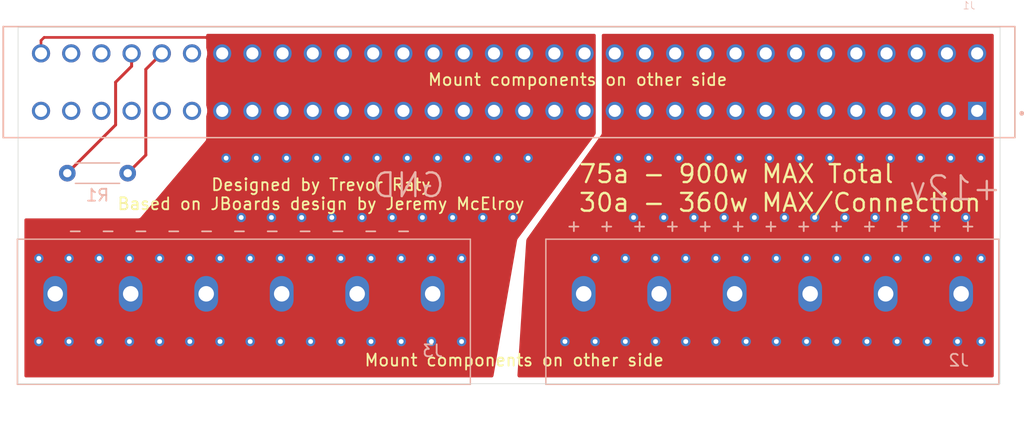
<source format=kicad_pcb>
(kicad_pcb (version 20171130) (host pcbnew "(5.1.5)-3")

  (general
    (thickness 1.6)
    (drawings 12)
    (tracks 118)
    (zones 0)
    (modules 4)
    (nets 5)
  )

  (page A4)
  (layers
    (0 F.Cu signal)
    (31 B.Cu signal)
    (32 B.Adhes user)
    (33 F.Adhes user)
    (34 B.Paste user)
    (35 F.Paste user)
    (36 B.SilkS user)
    (37 F.SilkS user)
    (38 B.Mask user)
    (39 F.Mask user)
    (40 Dwgs.User user)
    (41 Cmts.User user)
    (42 Eco1.User user)
    (43 Eco2.User user)
    (44 Edge.Cuts user)
    (45 Margin user)
    (46 B.CrtYd user)
    (47 F.CrtYd user)
    (48 B.Fab user)
    (49 F.Fab user)
  )

  (setup
    (last_trace_width 0.25)
    (user_trace_width 0.2)
    (user_trace_width 0.225)
    (user_trace_width 0.25)
    (user_trace_width 0.3)
    (user_trace_width 0.4)
    (user_trace_width 0.5)
    (user_trace_width 0.75)
    (user_trace_width 1)
    (user_trace_width 1.25)
    (user_trace_width 1.5)
    (user_trace_width 1.75)
    (user_trace_width 2)
    (user_trace_width 2.5)
    (user_trace_width 3)
    (user_trace_width 4)
    (user_trace_width 5)
    (trace_clearance 0.1524)
    (zone_clearance 0.508)
    (zone_45_only no)
    (trace_min 0.1524)
    (via_size 0.8)
    (via_drill 0.4)
    (via_min_size 0.254)
    (via_min_drill 0.254)
    (uvia_size 0.3)
    (uvia_drill 0.1)
    (uvias_allowed no)
    (uvia_min_size 0.2)
    (uvia_min_drill 0.1)
    (edge_width 0.05)
    (segment_width 0.2)
    (pcb_text_width 0.3)
    (pcb_text_size 1.5 1.5)
    (mod_edge_width 0.12)
    (mod_text_size 1 1)
    (mod_text_width 0.15)
    (pad_size 1.524 1.524)
    (pad_drill 0.762)
    (pad_to_mask_clearance 0.051)
    (solder_mask_min_width 0.25)
    (aux_axis_origin 0 0)
    (visible_elements 7FFFFFFF)
    (pcbplotparams
      (layerselection 0x010fc_ffffffff)
      (usegerberextensions false)
      (usegerberattributes false)
      (usegerberadvancedattributes false)
      (creategerberjobfile false)
      (excludeedgelayer true)
      (linewidth 0.100000)
      (plotframeref false)
      (viasonmask false)
      (mode 1)
      (useauxorigin false)
      (hpglpennumber 1)
      (hpglpenspeed 20)
      (hpglpendiameter 15.000000)
      (psnegative false)
      (psa4output false)
      (plotreference true)
      (plotvalue true)
      (plotinvisibletext false)
      (padsonsilk false)
      (subtractmaskfromsilk false)
      (outputformat 1)
      (mirror false)
      (drillshape 1)
      (scaleselection 1)
      (outputdirectory ""))
  )

  (net 0 "")
  (net 1 +12V)
  (net 2 GND)
  (net 3 "Net-(J1-Pad36)")
  (net 4 "Net-(J1-Pad37)")

  (net_class Default "This is the default net class."
    (clearance 0.1524)
    (trace_width 0.1524)
    (via_dia 0.8)
    (via_drill 0.4)
    (uvia_dia 0.3)
    (uvia_drill 0.1)
    (add_net +12V)
    (add_net GND)
    (add_net "Net-(J1-Pad36)")
    (add_net "Net-(J1-Pad37)")
  )

  (module Resistors_THT:R_Axial_DIN0204_L3.6mm_D1.6mm_P5.08mm_Horizontal (layer B.Cu) (tedit 5874F706) (tstamp 5E741CFF)
    (at 104.14 112.268)
    (descr "Resistor, Axial_DIN0204 series, Axial, Horizontal, pin pitch=5.08mm, 0.16666666666666666W = 1/6W, length*diameter=3.6*1.6mm^2, http://cdn-reichelt.de/documents/datenblatt/B400/1_4W%23YAG.pdf")
    (tags "Resistor Axial_DIN0204 series Axial Horizontal pin pitch 5.08mm 0.16666666666666666W = 1/6W length 3.6mm diameter 1.6mm")
    (path /5E6AB1E4)
    (fp_text reference R1 (at 2.54 1.86) (layer B.SilkS)
      (effects (font (size 1 1) (thickness 0.15)) (justify mirror))
    )
    (fp_text value 21K (at 2.54 -1.86) (layer B.Fab)
      (effects (font (size 1 1) (thickness 0.15)) (justify mirror))
    )
    (fp_line (start 6.05 1.15) (end -0.95 1.15) (layer B.CrtYd) (width 0.05))
    (fp_line (start 6.05 -1.15) (end 6.05 1.15) (layer B.CrtYd) (width 0.05))
    (fp_line (start -0.95 -1.15) (end 6.05 -1.15) (layer B.CrtYd) (width 0.05))
    (fp_line (start -0.95 1.15) (end -0.95 -1.15) (layer B.CrtYd) (width 0.05))
    (fp_line (start 0.68 -0.86) (end 4.4 -0.86) (layer B.SilkS) (width 0.12))
    (fp_line (start 0.68 0.86) (end 4.4 0.86) (layer B.SilkS) (width 0.12))
    (fp_line (start 5.08 0) (end 4.34 0) (layer B.Fab) (width 0.1))
    (fp_line (start 0 0) (end 0.74 0) (layer B.Fab) (width 0.1))
    (fp_line (start 4.34 0.8) (end 0.74 0.8) (layer B.Fab) (width 0.1))
    (fp_line (start 4.34 -0.8) (end 4.34 0.8) (layer B.Fab) (width 0.1))
    (fp_line (start 0.74 -0.8) (end 4.34 -0.8) (layer B.Fab) (width 0.1))
    (fp_line (start 0.74 0.8) (end 0.74 -0.8) (layer B.Fab) (width 0.1))
    (pad 2 thru_hole oval (at 5.08 0) (size 1.4 1.4) (drill 0.7) (layers *.Cu *.Mask)
      (net 4 "Net-(J1-Pad37)"))
    (pad 1 thru_hole circle (at 0 0) (size 1.4 1.4) (drill 0.7) (layers *.Cu *.Mask)
      (net 3 "Net-(J1-Pad36)"))
    (model ${KISYS3DMOD}/Resistors_THT.3dshapes/R_Axial_DIN0204_L3.6mm_D1.6mm_P5.08mm_Horizontal.wrl
      (at (xyz 0 0 0))
      (scale (xyz 0.393701 0.393701 0.393701))
      (rotate (xyz 0 0 0))
    )
  )

  (module Connector_TE-Connectivity:TE_1761469-1 (layer B.Cu) (tedit 0) (tstamp 5E66E879)
    (at 141.3 104.6 180)
    (path /5E668795)
    (fp_text reference J1 (at -38.6874 6.4519) (layer B.SilkS)
      (effects (font (size 0.640546 0.640546) (thickness 0.05)) (justify mirror))
    )
    (fp_text value 1761469-1 (at -45.2 -6.4) (layer B.SilkS) hide
      (effects (font (size 0.64004 0.64004) (thickness 0.05)) (justify mirror))
    )
    (fp_line (start -42.545 4.675) (end 42.545 4.675) (layer B.SilkS) (width 0.127))
    (fp_line (start 42.545 4.675) (end 42.545 -4.675) (layer B.SilkS) (width 0.15))
    (fp_line (start 42.545 -4.675) (end -42.545 -4.675) (layer B.SilkS) (width 0.127))
    (fp_line (start -42.795 4.925) (end 42.795 4.925) (layer Eco1.User) (width 0.05))
    (fp_line (start 42.795 4.925) (end 42.795 -4.925) (layer Eco1.User) (width 0.05))
    (fp_line (start 42.795 -4.925) (end -42.795 -4.925) (layer Eco1.User) (width 0.05))
    (fp_line (start -42.795 -4.925) (end -42.795 4.925) (layer Eco1.User) (width 0.05))
    (fp_circle (center -43.12 -2.63) (end -43.02 -2.63) (layer B.SilkS) (width 0.2))
    (fp_line (start -42.545 4.675) (end -42.545 -4.675) (layer B.SilkS) (width 0.127))
    (fp_line (start 42.545 3.025) (end 42.545 -3.025) (layer B.SilkS) (width 0.127))
    (fp_line (start -42.545 4.675) (end 42.545 4.675) (layer Eco2.User) (width 0.127))
    (fp_line (start -42.545 4.675) (end -42.545 -4.675) (layer Eco2.User) (width 0.127))
    (fp_line (start 42.545 -4.675) (end -42.545 -4.675) (layer Eco2.User) (width 0.127))
    (fp_line (start 42.545 4.675) (end 42.545 -4.675) (layer Eco2.User) (width 0.127))
    (pad 1 thru_hole rect (at -39.37 -2.42 180) (size 1.53 1.53) (drill 1.02) (layers *.Cu *.Mask)
      (net 1 +12V))
    (pad 2 thru_hole circle (at -36.83 -2.42 180) (size 1.53 1.53) (drill 1.02) (layers *.Cu *.Mask)
      (net 1 +12V))
    (pad 3 thru_hole circle (at -34.29 -2.42 180) (size 1.53 1.53) (drill 1.02) (layers *.Cu *.Mask)
      (net 1 +12V))
    (pad 4 thru_hole circle (at -31.75 -2.42 180) (size 1.53 1.53) (drill 1.02) (layers *.Cu *.Mask)
      (net 1 +12V))
    (pad 5 thru_hole circle (at -29.21 -2.42 180) (size 1.53 1.53) (drill 1.02) (layers *.Cu *.Mask)
      (net 1 +12V))
    (pad 6 thru_hole circle (at -26.67 -2.42 180) (size 1.53 1.53) (drill 1.02) (layers *.Cu *.Mask)
      (net 1 +12V))
    (pad 7 thru_hole circle (at -24.13 -2.42 180) (size 1.53 1.53) (drill 1.02) (layers *.Cu *.Mask)
      (net 1 +12V))
    (pad 8 thru_hole circle (at -21.59 -2.42 180) (size 1.53 1.53) (drill 1.02) (layers *.Cu *.Mask)
      (net 1 +12V))
    (pad 9 thru_hole circle (at -19.05 -2.42 180) (size 1.53 1.53) (drill 1.02) (layers *.Cu *.Mask)
      (net 1 +12V))
    (pad 10 thru_hole circle (at -16.51 -2.42 180) (size 1.53 1.53) (drill 1.02) (layers *.Cu *.Mask)
      (net 1 +12V))
    (pad 11 thru_hole circle (at -13.97 -2.42 180) (size 1.53 1.53) (drill 1.02) (layers *.Cu *.Mask)
      (net 1 +12V))
    (pad 12 thru_hole circle (at -11.43 -2.42 180) (size 1.53 1.53) (drill 1.02) (layers *.Cu *.Mask)
      (net 1 +12V))
    (pad 13 thru_hole circle (at -8.89 -2.42 180) (size 1.53 1.53) (drill 1.02) (layers *.Cu *.Mask)
      (net 1 +12V))
    (pad 14 thru_hole circle (at -6.35 -2.42 180) (size 1.53 1.53) (drill 1.02) (layers *.Cu *.Mask)
      (net 2 GND))
    (pad 15 thru_hole circle (at -3.81 -2.42 180) (size 1.53 1.53) (drill 1.02) (layers *.Cu *.Mask)
      (net 2 GND))
    (pad 16 thru_hole circle (at -1.27 -2.42 180) (size 1.53 1.53) (drill 1.02) (layers *.Cu *.Mask)
      (net 2 GND))
    (pad 17 thru_hole circle (at 1.27 -2.42 180) (size 1.53 1.53) (drill 1.02) (layers *.Cu *.Mask)
      (net 2 GND))
    (pad 18 thru_hole circle (at 3.81 -2.42 180) (size 1.53 1.53) (drill 1.02) (layers *.Cu *.Mask)
      (net 2 GND))
    (pad 19 thru_hole circle (at 6.35 -2.42 180) (size 1.53 1.53) (drill 1.02) (layers *.Cu *.Mask)
      (net 2 GND))
    (pad 20 thru_hole circle (at 8.89 -2.42 180) (size 1.53 1.53) (drill 1.02) (layers *.Cu *.Mask)
      (net 2 GND))
    (pad 21 thru_hole circle (at 11.43 -2.42 180) (size 1.53 1.53) (drill 1.02) (layers *.Cu *.Mask)
      (net 2 GND))
    (pad 22 thru_hole circle (at 13.97 -2.42 180) (size 1.53 1.53) (drill 1.02) (layers *.Cu *.Mask)
      (net 2 GND))
    (pad 23 thru_hole circle (at 16.51 -2.42 180) (size 1.53 1.53) (drill 1.02) (layers *.Cu *.Mask)
      (net 2 GND))
    (pad 24 thru_hole circle (at 19.05 -2.42 180) (size 1.53 1.53) (drill 1.02) (layers *.Cu *.Mask)
      (net 2 GND))
    (pad 25 thru_hole circle (at 21.59 -2.42 180) (size 1.53 1.53) (drill 1.02) (layers *.Cu *.Mask)
      (net 2 GND))
    (pad 26 thru_hole circle (at 24.13 -2.42 180) (size 1.53 1.53) (drill 1.02) (layers *.Cu *.Mask)
      (net 2 GND))
    (pad 27 thru_hole circle (at 26.67 -2.42 180) (size 1.53 1.53) (drill 1.02) (layers *.Cu *.Mask))
    (pad 28 thru_hole circle (at 29.21 -2.42 180) (size 1.53 1.53) (drill 1.02) (layers *.Cu *.Mask))
    (pad 29 thru_hole circle (at 31.75 -2.42 180) (size 1.53 1.53) (drill 1.02) (layers *.Cu *.Mask))
    (pad 30 thru_hole circle (at 34.29 -2.42 180) (size 1.53 1.53) (drill 1.02) (layers *.Cu *.Mask))
    (pad 31 thru_hole circle (at 36.83 -2.42 180) (size 1.53 1.53) (drill 1.02) (layers *.Cu *.Mask))
    (pad 32 thru_hole circle (at 39.37 -2.42 180) (size 1.53 1.53) (drill 1.02) (layers *.Cu *.Mask))
    (pad 33 thru_hole circle (at 39.37 2.42) (size 1.53 1.53) (drill 1.02) (layers *.Cu *.Mask)
      (net 2 GND))
    (pad 34 thru_hole circle (at 36.83 2.42) (size 1.53 1.53) (drill 1.02) (layers *.Cu *.Mask))
    (pad 35 thru_hole circle (at 34.29 2.42) (size 1.53 1.53) (drill 1.02) (layers *.Cu *.Mask))
    (pad 36 thru_hole circle (at 31.75 2.42) (size 1.53 1.53) (drill 1.02) (layers *.Cu *.Mask)
      (net 3 "Net-(J1-Pad36)"))
    (pad 37 thru_hole circle (at 29.21 2.42) (size 1.53 1.53) (drill 1.02) (layers *.Cu *.Mask)
      (net 4 "Net-(J1-Pad37)"))
    (pad 38 thru_hole circle (at 26.67 2.42) (size 1.53 1.53) (drill 1.02) (layers *.Cu *.Mask))
    (pad 39 thru_hole circle (at 24.13 2.42) (size 1.53 1.53) (drill 1.02) (layers *.Cu *.Mask)
      (net 2 GND))
    (pad 40 thru_hole circle (at 21.59 2.42) (size 1.53 1.53) (drill 1.02) (layers *.Cu *.Mask)
      (net 2 GND))
    (pad 41 thru_hole circle (at 19.05 2.42) (size 1.53 1.53) (drill 1.02) (layers *.Cu *.Mask)
      (net 2 GND))
    (pad 42 thru_hole circle (at 16.51 2.42) (size 1.53 1.53) (drill 1.02) (layers *.Cu *.Mask)
      (net 2 GND))
    (pad 43 thru_hole circle (at 13.97 2.42) (size 1.53 1.53) (drill 1.02) (layers *.Cu *.Mask)
      (net 2 GND))
    (pad 44 thru_hole circle (at 11.43 2.42) (size 1.53 1.53) (drill 1.02) (layers *.Cu *.Mask)
      (net 2 GND))
    (pad 45 thru_hole circle (at 8.89 2.42) (size 1.53 1.53) (drill 1.02) (layers *.Cu *.Mask)
      (net 2 GND))
    (pad 46 thru_hole circle (at 6.35 2.42) (size 1.53 1.53) (drill 1.02) (layers *.Cu *.Mask)
      (net 2 GND))
    (pad 47 thru_hole circle (at 3.81 2.42) (size 1.53 1.53) (drill 1.02) (layers *.Cu *.Mask)
      (net 2 GND))
    (pad 48 thru_hole circle (at 1.27 2.42) (size 1.53 1.53) (drill 1.02) (layers *.Cu *.Mask)
      (net 2 GND))
    (pad 49 thru_hole circle (at -1.27 2.42) (size 1.53 1.53) (drill 1.02) (layers *.Cu *.Mask)
      (net 2 GND))
    (pad 50 thru_hole circle (at -3.81 2.42) (size 1.53 1.53) (drill 1.02) (layers *.Cu *.Mask)
      (net 2 GND))
    (pad 51 thru_hole circle (at -6.35 2.42) (size 1.53 1.53) (drill 1.02) (layers *.Cu *.Mask)
      (net 2 GND))
    (pad 52 thru_hole circle (at -8.89 2.42) (size 1.53 1.53) (drill 1.02) (layers *.Cu *.Mask)
      (net 1 +12V))
    (pad 53 thru_hole circle (at -11.43 2.42) (size 1.53 1.53) (drill 1.02) (layers *.Cu *.Mask)
      (net 1 +12V))
    (pad 54 thru_hole circle (at -13.97 2.42) (size 1.53 1.53) (drill 1.02) (layers *.Cu *.Mask)
      (net 1 +12V))
    (pad 55 thru_hole circle (at -16.51 2.42) (size 1.53 1.53) (drill 1.02) (layers *.Cu *.Mask)
      (net 1 +12V))
    (pad 56 thru_hole circle (at -19.05 2.42) (size 1.53 1.53) (drill 1.02) (layers *.Cu *.Mask)
      (net 1 +12V))
    (pad 57 thru_hole circle (at -21.59 2.42) (size 1.53 1.53) (drill 1.02) (layers *.Cu *.Mask)
      (net 1 +12V))
    (pad 58 thru_hole circle (at -24.13 2.42) (size 1.53 1.53) (drill 1.02) (layers *.Cu *.Mask)
      (net 1 +12V))
    (pad 59 thru_hole circle (at -26.67 2.42) (size 1.53 1.53) (drill 1.02) (layers *.Cu *.Mask)
      (net 1 +12V))
    (pad 60 thru_hole circle (at -29.21 2.42) (size 1.53 1.53) (drill 1.02) (layers *.Cu *.Mask)
      (net 1 +12V))
    (pad 61 thru_hole circle (at -31.75 2.42) (size 1.53 1.53) (drill 1.02) (layers *.Cu *.Mask)
      (net 1 +12V))
    (pad 62 thru_hole circle (at -34.29 2.42) (size 1.53 1.53) (drill 1.02) (layers *.Cu *.Mask)
      (net 1 +12V))
    (pad 63 thru_hole circle (at -36.83 2.42) (size 1.53 1.53) (drill 1.02) (layers *.Cu *.Mask)
      (net 1 +12V))
    (pad 64 thru_hole circle (at -39.37 2.42) (size 1.53 1.53) (drill 1.02) (layers *.Cu *.Mask)
      (net 1 +12V))
  )

  (module Connector_TE-Connectivity:6_position_6.35mm_header (layer B.Cu) (tedit 5E669147) (tstamp 5E741F04)
    (at 179.324 122.428 180)
    (path /5E66E09C)
    (fp_text reference J2 (at 0.2 -5.6) (layer B.SilkS)
      (effects (font (size 1 1) (thickness 0.15)) (justify mirror))
    )
    (fp_text value +12v (at -2.625 -11.05) (layer B.Fab)
      (effects (font (size 1 1) (thickness 0.15)) (justify mirror))
    )
    (fp_line (start 34.93 4.6) (end -3.17 4.6) (layer B.SilkS) (width 0.12))
    (fp_line (start 34.93 -7.62) (end 34.93 4.6) (layer B.SilkS) (width 0.12))
    (fp_line (start -3.17 -7.62) (end 34.93 -7.62) (layer B.SilkS) (width 0.12))
    (fp_line (start -3.17 4.6) (end -3.17 -7.62) (layer B.SilkS) (width 0.12))
    (pad 6 thru_hole oval (at 31.75 0 180) (size 2 3) (drill 1.3) (layers *.Cu *.Mask)
      (net 1 +12V))
    (pad 5 thru_hole oval (at 25.4 0 180) (size 2 3) (drill 1.3) (layers *.Cu *.Mask)
      (net 1 +12V))
    (pad 4 thru_hole oval (at 19.05 0 180) (size 2 3) (drill 1.3) (layers *.Cu *.Mask)
      (net 1 +12V))
    (pad 3 thru_hole oval (at 12.7 0 180) (size 2 3) (drill 1.3) (layers *.Cu *.Mask)
      (net 1 +12V))
    (pad 2 thru_hole oval (at 6.35 0 180) (size 2 3) (drill 1.3) (layers *.Cu *.Mask)
      (net 1 +12V))
    (pad 1 thru_hole oval (at 0 0 180) (size 2 3) (drill 1.3) (layers *.Cu *.Mask)
      (net 1 +12V))
  )

  (module Connector_TE-Connectivity:6_position_6.35mm_header (layer B.Cu) (tedit 5E669147) (tstamp 5E66E895)
    (at 134.874 122.428 180)
    (path /5E66CC2B)
    (fp_text reference J3 (at 0 -4.8) (layer B.SilkS)
      (effects (font (size 1 1) (thickness 0.15)) (justify mirror))
    )
    (fp_text value GND (at -2.625 -11.05) (layer B.Fab)
      (effects (font (size 1 1) (thickness 0.15)) (justify mirror))
    )
    (fp_line (start -3.17 4.6) (end -3.17 -7.62) (layer B.SilkS) (width 0.12))
    (fp_line (start -3.17 -7.62) (end 34.93 -7.62) (layer B.SilkS) (width 0.12))
    (fp_line (start 34.93 -7.62) (end 34.93 4.6) (layer B.SilkS) (width 0.12))
    (fp_line (start 34.93 4.6) (end -3.17 4.6) (layer B.SilkS) (width 0.12))
    (pad 1 thru_hole oval (at 0 0 180) (size 2 3) (drill 1.3) (layers *.Cu *.Mask)
      (net 2 GND))
    (pad 2 thru_hole oval (at 6.35 0 180) (size 2 3) (drill 1.3) (layers *.Cu *.Mask)
      (net 2 GND))
    (pad 3 thru_hole oval (at 12.7 0 180) (size 2 3) (drill 1.3) (layers *.Cu *.Mask)
      (net 2 GND))
    (pad 4 thru_hole oval (at 19.05 0 180) (size 2 3) (drill 1.3) (layers *.Cu *.Mask)
      (net 2 GND))
    (pad 5 thru_hole oval (at 25.4 0 180) (size 2 3) (drill 1.3) (layers *.Cu *.Mask)
      (net 2 GND))
    (pad 6 thru_hole oval (at 31.75 0 180) (size 2 3) (drill 1.3) (layers *.Cu *.Mask)
      (net 2 GND))
  )

  (gr_text "Mount components on other side" (at 147.066 104.394) (layer F.SilkS) (tstamp 5E7420AC)
    (effects (font (size 1 1) (thickness 0.15)))
  )
  (gr_text "Mount components on other side" (at 141.732 128.016) (layer F.SilkS)
    (effects (font (size 1 1) (thickness 0.15)))
  )
  (gr_text "-  -  -  -  -  -  -  -  -  -  -  " (at 117.856 117.094) (layer B.SilkS) (tstamp 5E741F94)
    (effects (font (size 1 1) (thickness 0.15)) (justify mirror))
  )
  (gr_text "+  +  +  +  +  +  +  +  +  +  +  +  +  " (at 162.56 116.694) (layer B.SilkS) (tstamp 5E741F88)
    (effects (font (size 1 1) (thickness 0.15)) (justify mirror))
  )
  (gr_text "Designed by Trevor Raty\nBased on JBoards design by Jeremy McElroy" (at 125.476 114.046) (layer F.SilkS)
    (effects (font (size 1 1) (thickness 0.15)))
  )
  (gr_text "75a - 900w MAX Total\n30a - 360w MAX/Connection" (at 147.066 113.538) (layer F.SilkS)
    (effects (font (size 1.5 1.5) (thickness 0.2)) (justify left))
  )
  (gr_text +12v (at 178.816 113.538) (layer B.SilkS) (tstamp 5E741E98)
    (effects (font (size 2 2) (thickness 0.2)) (justify mirror))
  )
  (gr_text GND (at 132.842 113.284) (layer B.SilkS)
    (effects (font (size 2 2) (thickness 0.2)) (justify mirror))
  )
  (gr_line (start 100 130) (end 182.6 130) (layer Edge.Cuts) (width 0.05) (tstamp 5E741EF5))
  (gr_line (start 100 100) (end 182.6 100) (layer Edge.Cuts) (width 0.05))
  (gr_line (start 182.6 130) (end 182.6 100) (layer Edge.Cuts) (width 0.05) (tstamp 5E741EF2))
  (gr_line (start 100 100) (end 100 130) (layer Edge.Cuts) (width 0.05))

  (via (at 181 119.444) (size 0.8) (drill 0.4) (layers F.Cu B.Cu) (net 1) (tstamp 5E741EBF))
  (via (at 148.54 119.444) (size 0.8) (drill 0.4) (layers F.Cu B.Cu) (net 1) (tstamp 5E741EE0))
  (via (at 151.08 119.444) (size 0.8) (drill 0.4) (layers F.Cu B.Cu) (net 1) (tstamp 5E741EE3))
  (via (at 153.62 119.444) (size 0.8) (drill 0.4) (layers F.Cu B.Cu) (net 1) (tstamp 5E741EEC))
  (via (at 156.16 119.444) (size 0.8) (drill 0.4) (layers F.Cu B.Cu) (net 1) (tstamp 5E741EDD))
  (via (at 158.7 119.444) (size 0.8) (drill 0.4) (layers F.Cu B.Cu) (net 1) (tstamp 5E741EDA))
  (via (at 161.24 119.444) (size 0.8) (drill 0.4) (layers F.Cu B.Cu) (net 1) (tstamp 5E741ED7))
  (via (at 163.78 119.444) (size 0.8) (drill 0.4) (layers F.Cu B.Cu) (net 1) (tstamp 5E741EB9))
  (via (at 166.32 119.444) (size 0.8) (drill 0.4) (layers F.Cu B.Cu) (net 1) (tstamp 5E741EBC))
  (via (at 168.86 119.444) (size 0.8) (drill 0.4) (layers F.Cu B.Cu) (net 1) (tstamp 5E741ED4))
  (via (at 171.4 119.444) (size 0.8) (drill 0.4) (layers F.Cu B.Cu) (net 1) (tstamp 5E741ED1))
  (via (at 173.94 119.444) (size 0.8) (drill 0.4) (layers F.Cu B.Cu) (net 1) (tstamp 5E741EE9))
  (via (at 176.48 119.444) (size 0.8) (drill 0.4) (layers F.Cu B.Cu) (net 1) (tstamp 5E741ECE))
  (via (at 179.02 119.444) (size 0.8) (drill 0.4) (layers F.Cu B.Cu) (net 1) (tstamp 5E741EEF))
  (via (at 146 126.444) (size 0.8) (drill 0.4) (layers F.Cu B.Cu) (net 1) (tstamp 5E741EE6))
  (via (at 148.54 126.444) (size 0.8) (drill 0.4) (layers F.Cu B.Cu) (net 1) (tstamp 5E741EB6))
  (via (at 151.08 126.444) (size 0.8) (drill 0.4) (layers F.Cu B.Cu) (net 1) (tstamp 5E741ECB))
  (via (at 153.62 126.444) (size 0.8) (drill 0.4) (layers F.Cu B.Cu) (net 1) (tstamp 5E741EC8))
  (via (at 156.16 126.444) (size 0.8) (drill 0.4) (layers F.Cu B.Cu) (net 1) (tstamp 5E741EC5))
  (via (at 158.7 126.444) (size 0.8) (drill 0.4) (layers F.Cu B.Cu) (net 1) (tstamp 5E741EC2))
  (via (at 161.24 126.444) (size 0.8) (drill 0.4) (layers F.Cu B.Cu) (net 1) (tstamp 5E741EB3))
  (via (at 163.78 126.444) (size 0.8) (drill 0.4) (layers F.Cu B.Cu) (net 1) (tstamp 5E741EA4))
  (via (at 166.32 126.444) (size 0.8) (drill 0.4) (layers F.Cu B.Cu) (net 1) (tstamp 5E741EAA))
  (via (at 168.86 126.444) (size 0.8) (drill 0.4) (layers F.Cu B.Cu) (net 1) (tstamp 5E741E9E))
  (via (at 171.4 126.444) (size 0.8) (drill 0.4) (layers F.Cu B.Cu) (net 1) (tstamp 5E741EAD))
  (via (at 173.94 126.444) (size 0.8) (drill 0.4) (layers F.Cu B.Cu) (net 1) (tstamp 5E741E9B))
  (via (at 176.48 126.444) (size 0.8) (drill 0.4) (layers F.Cu B.Cu) (net 1) (tstamp 5E741EA7))
  (via (at 179.02 126.444) (size 0.8) (drill 0.4) (layers F.Cu B.Cu) (net 1) (tstamp 5E741EA1))
  (via (at 181 126.444) (size 0.8) (drill 0.4) (layers F.Cu B.Cu) (net 1) (tstamp 5E741EB0))
  (via (at 150.5 111) (size 0.8) (drill 0.4) (layers F.Cu B.Cu) (net 1))
  (via (at 153.04 111) (size 0.8) (drill 0.4) (layers F.Cu B.Cu) (net 1) (tstamp 5E66F8A8))
  (via (at 155.58 111) (size 0.8) (drill 0.4) (layers F.Cu B.Cu) (net 1) (tstamp 5E66F8AA))
  (via (at 158.12 111) (size 0.8) (drill 0.4) (layers F.Cu B.Cu) (net 1) (tstamp 5E66F8AC))
  (via (at 160.66 111) (size 0.8) (drill 0.4) (layers F.Cu B.Cu) (net 1) (tstamp 5E66F8AE))
  (via (at 163.2 111) (size 0.8) (drill 0.4) (layers F.Cu B.Cu) (net 1) (tstamp 5E66F8B0))
  (via (at 165.74 111) (size 0.8) (drill 0.4) (layers F.Cu B.Cu) (net 1) (tstamp 5E66F8B2))
  (via (at 168.28 111) (size 0.8) (drill 0.4) (layers F.Cu B.Cu) (net 1) (tstamp 5E66F8B4))
  (via (at 170.82 111) (size 0.8) (drill 0.4) (layers F.Cu B.Cu) (net 1) (tstamp 5E66F8B6))
  (via (at 173.36 111) (size 0.8) (drill 0.4) (layers F.Cu B.Cu) (net 1) (tstamp 5E66F8B8))
  (via (at 175.9 111) (size 0.8) (drill 0.4) (layers F.Cu B.Cu) (net 1) (tstamp 5E66F8BA))
  (via (at 178.44 111) (size 0.8) (drill 0.4) (layers F.Cu B.Cu) (net 1) (tstamp 5E66F8BC))
  (via (at 180.98 111) (size 0.8) (drill 0.4) (layers F.Cu B.Cu) (net 1) (tstamp 5E66F8BE))
  (via (at 151.77 116) (size 0.8) (drill 0.4) (layers F.Cu B.Cu) (net 1) (tstamp 5E66F8C2))
  (via (at 154.31 116) (size 0.8) (drill 0.4) (layers F.Cu B.Cu) (net 1) (tstamp 5E66F8C4))
  (via (at 156.85 116) (size 0.8) (drill 0.4) (layers F.Cu B.Cu) (net 1) (tstamp 5E66F8C6))
  (via (at 159.39 116) (size 0.8) (drill 0.4) (layers F.Cu B.Cu) (net 1) (tstamp 5E66F8C8))
  (via (at 161.93 116) (size 0.8) (drill 0.4) (layers F.Cu B.Cu) (net 1) (tstamp 5E66F8CA))
  (via (at 164.47 116) (size 0.8) (drill 0.4) (layers F.Cu B.Cu) (net 1) (tstamp 5E66F8CC))
  (via (at 167.01 116) (size 0.8) (drill 0.4) (layers F.Cu B.Cu) (net 1) (tstamp 5E66F8CE))
  (via (at 169.55 116) (size 0.8) (drill 0.4) (layers F.Cu B.Cu) (net 1) (tstamp 5E66F8D0))
  (via (at 172.09 116) (size 0.8) (drill 0.4) (layers F.Cu B.Cu) (net 1) (tstamp 5E66F8D2))
  (via (at 174.63 116) (size 0.8) (drill 0.4) (layers F.Cu B.Cu) (net 1) (tstamp 5E66F8D4))
  (via (at 177.17 116) (size 0.8) (drill 0.4) (layers F.Cu B.Cu) (net 1) (tstamp 5E66F8D6))
  (via (at 179.71 116) (size 0.8) (drill 0.4) (layers F.Cu B.Cu) (net 1) (tstamp 5E66F8D8))
  (segment (start 115.646 115.61263) (end 115.646 120.744) (width 0.225) (layer F.Cu) (net 2))
  (segment (start 115.646 120.744) (end 115.646 122.444) (width 0.2) (layer F.Cu) (net 2) (status 20))
  (via (at 117.5 111) (size 0.8) (drill 0.4) (layers F.Cu B.Cu) (net 2))
  (via (at 101.746 119.444) (size 0.8) (drill 0.4) (layers F.Cu B.Cu) (net 2))
  (via (at 104.286 119.444) (size 0.8) (drill 0.4) (layers F.Cu B.Cu) (net 2) (tstamp 5E66F6E5))
  (via (at 106.826 119.444) (size 0.8) (drill 0.4) (layers F.Cu B.Cu) (net 2) (tstamp 5E66F6E7))
  (via (at 109.366 119.444) (size 0.8) (drill 0.4) (layers F.Cu B.Cu) (net 2) (tstamp 5E66F6E9))
  (via (at 111.906 119.444) (size 0.8) (drill 0.4) (layers F.Cu B.Cu) (net 2) (tstamp 5E66F6EB))
  (via (at 114.446 119.444) (size 0.8) (drill 0.4) (layers F.Cu B.Cu) (net 2) (tstamp 5E66F6ED))
  (via (at 116.986 119.444) (size 0.8) (drill 0.4) (layers F.Cu B.Cu) (net 2) (tstamp 5E66F6EF))
  (via (at 119.526 119.444) (size 0.8) (drill 0.4) (layers F.Cu B.Cu) (net 2) (tstamp 5E66F6F1))
  (via (at 122.066 119.444) (size 0.8) (drill 0.4) (layers F.Cu B.Cu) (net 2) (tstamp 5E66F6F3))
  (via (at 124.606 119.444) (size 0.8) (drill 0.4) (layers F.Cu B.Cu) (net 2) (tstamp 5E66F6F5))
  (via (at 127.146 119.444) (size 0.8) (drill 0.4) (layers F.Cu B.Cu) (net 2) (tstamp 5E66F6F7))
  (via (at 129.686 119.444) (size 0.8) (drill 0.4) (layers F.Cu B.Cu) (net 2) (tstamp 5E66F6F9))
  (via (at 132.226 119.444) (size 0.8) (drill 0.4) (layers F.Cu B.Cu) (net 2) (tstamp 5E66F6FB))
  (via (at 134.766 119.444) (size 0.8) (drill 0.4) (layers F.Cu B.Cu) (net 2) (tstamp 5E66F6FD))
  (via (at 137.306 119.444) (size 0.8) (drill 0.4) (layers F.Cu B.Cu) (net 2) (tstamp 5E66F6FF))
  (via (at 101.746 126.444) (size 0.8) (drill 0.4) (layers F.Cu B.Cu) (net 2) (tstamp 5E66F701))
  (via (at 104.286 126.444) (size 0.8) (drill 0.4) (layers F.Cu B.Cu) (net 2) (tstamp 5E66F703))
  (via (at 106.826 126.444) (size 0.8) (drill 0.4) (layers F.Cu B.Cu) (net 2) (tstamp 5E66F705))
  (via (at 109.366 126.444) (size 0.8) (drill 0.4) (layers F.Cu B.Cu) (net 2) (tstamp 5E66F707))
  (via (at 111.906 126.444) (size 0.8) (drill 0.4) (layers F.Cu B.Cu) (net 2) (tstamp 5E66F709))
  (via (at 114.446 126.444) (size 0.8) (drill 0.4) (layers F.Cu B.Cu) (net 2) (tstamp 5E66F70B))
  (via (at 116.986 126.444) (size 0.8) (drill 0.4) (layers F.Cu B.Cu) (net 2) (tstamp 5E66F70D))
  (via (at 119.526 126.444) (size 0.8) (drill 0.4) (layers F.Cu B.Cu) (net 2) (tstamp 5E66F70F))
  (via (at 122.066 126.444) (size 0.8) (drill 0.4) (layers F.Cu B.Cu) (net 2) (tstamp 5E66F711))
  (via (at 124.606 126.444) (size 0.8) (drill 0.4) (layers F.Cu B.Cu) (net 2) (tstamp 5E66F713))
  (via (at 127.146 126.444) (size 0.8) (drill 0.4) (layers F.Cu B.Cu) (net 2) (tstamp 5E66F715))
  (via (at 129.686 126.444) (size 0.8) (drill 0.4) (layers F.Cu B.Cu) (net 2) (tstamp 5E66F717))
  (via (at 132.226 126.444) (size 0.8) (drill 0.4) (layers F.Cu B.Cu) (net 2) (tstamp 5E66F719))
  (via (at 134.766 126.444) (size 0.8) (drill 0.4) (layers F.Cu B.Cu) (net 2) (tstamp 5E66F71B))
  (via (at 137.306 126.444) (size 0.8) (drill 0.4) (layers F.Cu B.Cu) (net 2) (tstamp 5E66F71D))
  (via (at 120.04 111) (size 0.8) (drill 0.4) (layers F.Cu B.Cu) (net 2) (tstamp 5E66F848))
  (via (at 122.58 111) (size 0.8) (drill 0.4) (layers F.Cu B.Cu) (net 2) (tstamp 5E66F84A))
  (via (at 125.12 111) (size 0.8) (drill 0.4) (layers F.Cu B.Cu) (net 2) (tstamp 5E66F84C))
  (via (at 127.66 111) (size 0.8) (drill 0.4) (layers F.Cu B.Cu) (net 2) (tstamp 5E66F84E))
  (via (at 130.2 111) (size 0.8) (drill 0.4) (layers F.Cu B.Cu) (net 2) (tstamp 5E66F850))
  (via (at 132.74 111) (size 0.8) (drill 0.4) (layers F.Cu B.Cu) (net 2) (tstamp 5E66F852))
  (via (at 135.28 111) (size 0.8) (drill 0.4) (layers F.Cu B.Cu) (net 2) (tstamp 5E66F854))
  (via (at 137.82 111) (size 0.8) (drill 0.4) (layers F.Cu B.Cu) (net 2) (tstamp 5E66F856))
  (via (at 140.36 111) (size 0.8) (drill 0.4) (layers F.Cu B.Cu) (net 2) (tstamp 5E66F858))
  (via (at 142.9 111) (size 0.8) (drill 0.4) (layers F.Cu B.Cu) (net 2) (tstamp 5E66F85A))
  (via (at 118.77 116) (size 0.8) (drill 0.4) (layers F.Cu B.Cu) (net 2) (tstamp 5E66F85C))
  (via (at 121.31 116) (size 0.8) (drill 0.4) (layers F.Cu B.Cu) (net 2) (tstamp 5E66F85E))
  (via (at 123.85 116) (size 0.8) (drill 0.4) (layers F.Cu B.Cu) (net 2) (tstamp 5E66F860))
  (via (at 126.39 116) (size 0.8) (drill 0.4) (layers F.Cu B.Cu) (net 2) (tstamp 5E66F862))
  (via (at 128.93 116) (size 0.8) (drill 0.4) (layers F.Cu B.Cu) (net 2) (tstamp 5E66F864))
  (via (at 131.47 116) (size 0.8) (drill 0.4) (layers F.Cu B.Cu) (net 2) (tstamp 5E66F866))
  (via (at 134.01 116) (size 0.8) (drill 0.4) (layers F.Cu B.Cu) (net 2) (tstamp 5E66F868))
  (via (at 136.55 116) (size 0.8) (drill 0.4) (layers F.Cu B.Cu) (net 2) (tstamp 5E66F86A))
  (via (at 139.09 116) (size 0.8) (drill 0.4) (layers F.Cu B.Cu) (net 2) (tstamp 5E66F86C))
  (via (at 141.63 116) (size 0.8) (drill 0.4) (layers F.Cu B.Cu) (net 2) (tstamp 5E66F86E))
  (segment (start 101.93 101.098127) (end 102.190127 100.838) (width 0.225) (layer F.Cu) (net 2))
  (segment (start 101.93 102.18) (end 101.93 101.098127) (width 0.225) (layer F.Cu) (net 2))
  (segment (start 115.828 100.838) (end 117.17 102.18) (width 0.225) (layer F.Cu) (net 2))
  (segment (start 102.190127 100.838) (end 115.828 100.838) (width 0.225) (layer F.Cu) (net 2))
  (segment (start 109.55 103.261873) (end 108.204 104.607873) (width 0.25) (layer F.Cu) (net 3))
  (segment (start 109.55 102.18) (end 109.55 103.261873) (width 0.25) (layer F.Cu) (net 3))
  (segment (start 108.204 108.204) (end 104.14 112.268) (width 0.25) (layer F.Cu) (net 3))
  (segment (start 108.204 104.607873) (end 108.204 108.204) (width 0.25) (layer F.Cu) (net 3))
  (segment (start 112.09 102.18) (end 110.744 103.526) (width 0.25) (layer F.Cu) (net 4) (status 1000000))
  (segment (start 110.744 103.526) (end 110.744 110.744) (width 0.25) (layer F.Cu) (net 4) (status 1000000))
  (segment (start 110.744 110.744) (end 109.22 112.268) (width 0.25) (layer F.Cu) (net 4) (status 1000000))

  (zone (net 2) (net_name GND) (layer F.Cu) (tstamp 0) (hatch edge 0.508)
    (connect_pads yes (clearance 0.508))
    (min_thickness 0.254)
    (fill yes (arc_segments 32) (thermal_gap 0.5) (thermal_bridge_width 0.75) (smoothing fillet) (radius 0.25))
    (polygon
      (pts
        (xy 148.59 108.966) (xy 141.986 117.856) (xy 139.954 129.54) (xy 100.33 129.794) (xy 100.33 116.078)
        (xy 110.236 116.078) (xy 115.824 109.474) (xy 115.824 100.076) (xy 148.59 100.076)
      )
    )
    (filled_polygon
      (pts
        (xy 148.463 108.873142) (xy 148.455223 108.921415) (xy 148.432674 108.964814) (xy 141.919487 117.732566) (xy 141.904737 117.758194)
        (xy 141.85912 117.864439) (xy 141.850696 117.892784) (xy 139.867209 129.297839) (xy 139.849173 129.34) (xy 100.66 129.34)
        (xy 100.66 116.205) (xy 110.12005 116.205) (xy 110.14741 116.202018) (xy 110.252597 116.178812) (xy 110.276266 116.171091)
        (xy 110.302237 116.155789) (xy 110.387897 116.090481) (xy 110.407847 116.071521) (xy 115.861797 109.625944) (xy 115.874636 109.607748)
        (xy 115.918535 109.532251) (xy 115.92888 109.509605) (xy 115.933794 109.490595) (xy 115.949048 109.404606) (xy 115.951 109.382423)
        (xy 115.951 107.489201) (xy 115.976199 107.428365) (xy 116.03 107.157888) (xy 116.03 106.882112) (xy 115.976199 106.611635)
        (xy 115.951 106.550799) (xy 115.951 102.649201) (xy 115.976199 102.588365) (xy 116.03 102.317888) (xy 116.03 102.042112)
        (xy 115.976199 101.771635) (xy 115.951 101.710799) (xy 115.951 100.66) (xy 148.463 100.66)
      )
    )
  )
  (zone (net 1) (net_name +12V) (layer F.Cu) (tstamp 0) (hatch edge 0.508)
    (connect_pads yes (clearance 0.508))
    (min_thickness 0.254)
    (fill yes (arc_segments 32) (thermal_gap 0.5) (thermal_bridge_width 0.75) (smoothing fillet) (radius 0.25))
    (polygon
      (pts
        (xy 182.372 129.54) (xy 141.986 129.54) (xy 142.748 117.856) (xy 149.098 108.966) (xy 149.098 100.076)
        (xy 182.118 100.076)
      )
    )
    (filled_polygon
      (pts
        (xy 181.94 129.34) (xy 142.145349 129.34) (xy 142.13958 129.330556) (xy 142.130944 129.268991) (xy 142.86894 117.953046)
        (xy 142.903057 117.857418) (xy 149.154777 109.10501) (xy 149.164937 109.088165) (xy 149.199578 109.01915) (xy 149.208512 108.995911)
        (xy 149.21155 108.981792) (xy 149.223476 108.905498) (xy 149.225 108.885884) (xy 149.225 100.66) (xy 181.940001 100.66)
      )
    )
  )
  (zone (net 1) (net_name +12V) (layer B.Cu) (tstamp 5E74207E) (hatch edge 0.508)
    (connect_pads yes (clearance 0.508))
    (min_thickness 0.254)
    (fill (arc_segments 32) (thermal_gap 0.5) (thermal_bridge_width 0.75) (smoothing fillet) (radius 0.25))
    (polygon
      (pts
        (xy 182.372 129.54) (xy 141.986 129.54) (xy 142.748 117.856) (xy 149.098 108.966) (xy 149.098 100.076)
        (xy 182.118 100.076)
      )
    )
  )
  (zone (net 2) (net_name GND) (layer B.Cu) (tstamp 5E74208C) (hatch edge 0.508)
    (connect_pads yes (clearance 0.508))
    (min_thickness 0.254)
    (fill (arc_segments 32) (thermal_gap 0.5) (thermal_bridge_width 0.75) (smoothing fillet) (radius 0.25))
    (polygon
      (pts
        (xy 148.59 108.966) (xy 141.986 117.856) (xy 139.954 129.54) (xy 100.33 129.794) (xy 100.33 116.078)
        (xy 110.236 116.078) (xy 115.824 109.474) (xy 115.824 100.076) (xy 148.59 100.076)
      )
    )
  )
)

</source>
